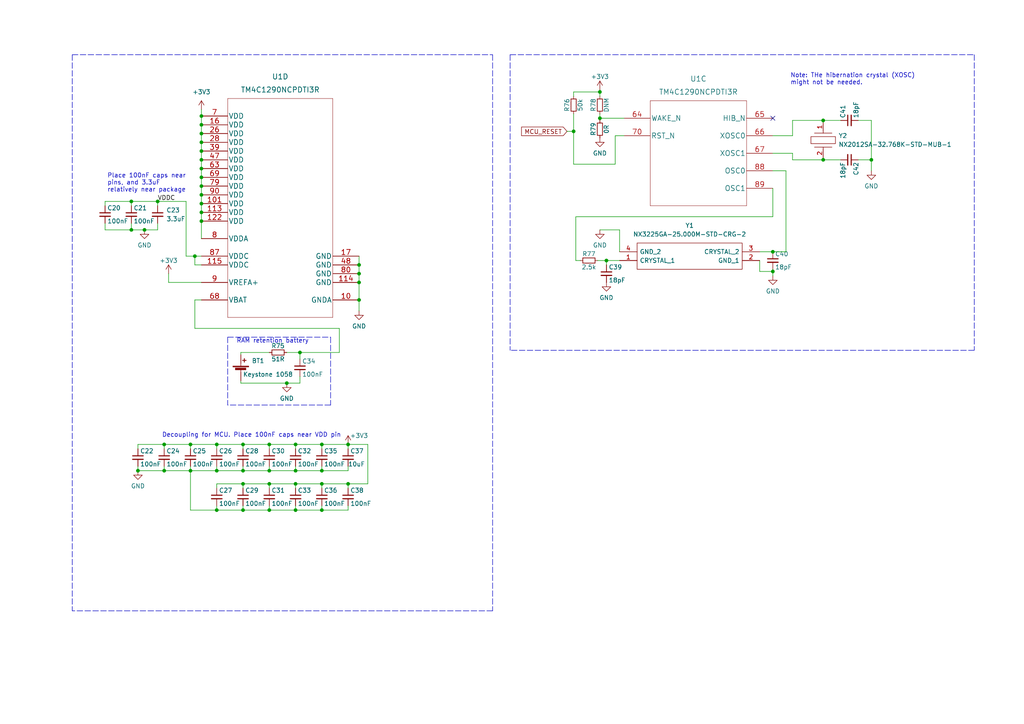
<source format=kicad_sch>
(kicad_sch (version 20211123) (generator eeschema)
  (paper "A4")
  (lib_symbols
    (symbol "Device:Battery_Cell" (pin_numbers hide) (pin_names (offset 0) hide)
      (property "Reference" "BT" (at 2.54 2.54 0))
      (property "Value" "Battery_Cell" (at 2.54 0 0))
      (symbol "Battery_Cell_0_1"
        (rectangle (start -2.286 1.778) (end 2.286 1.524) (fill (type outline)))
        (rectangle (start -1.5748 1.1938) (end 1.4732 0.6858) (fill (type outline)))
        (polyline (pts (xy 0 0.762) (xy 0 0)))
        (polyline (pts (xy 0 1.778) (xy 0 2.54)))
        (polyline (pts (xy 0.508 3.429) (xy 1.524 3.429)) (stroke (width 0.254)))
        (polyline (pts (xy 1.016 3.937) (xy 1.016 2.921)) (stroke (width 0.254)))
      )
      (symbol "Battery_Cell_1_1"
        (pin passive line (at 0 5.08 270) (length 2.54) (name "+") (number "1"))
        (pin passive line (at 0 -2.54 90) (length 2.54) (name "-") (number "2"))
      )
    )
    (symbol "Device:C_Small" (pin_numbers hide) (pin_names (offset 0.254) hide)
      (property "Reference" "C" (at 0.254 1.778 0))
      (property "Value" "C_Small" (at 0.254 -2.032 0))
      (symbol "C_Small_0_1"
        (polyline (pts (xy -1.524 -0.508) (xy 1.524 -0.508)) (stroke (width 0.3302)))
        (polyline (pts (xy -1.524 0.508) (xy 1.524 0.508)) (stroke (width 0.3048)))
      )
      (symbol "C_Small_1_1"
        (pin passive line (at 0 2.54 270) (length 2.032) (name "~") (number "1"))
        (pin passive line (at 0 -2.54 90) (length 2.032) (name "~") (number "2"))
      )
    )
    (symbol "Device:R_Small" (pin_numbers hide) (pin_names (offset 0.254) hide)
      (property "Reference" "R" (at 0.762 0.508 0))
      (property "Value" "R_Small" (at 0.762 -1.016 0))
      (symbol "R_Small_0_1"
        (rectangle (start -0.762 1.778) (end 0.762 -1.778) (stroke (width 0.2032)))
      )
      (symbol "R_Small_1_1"
        (pin passive line (at 0 2.54 270) (length 0.762) (name "~") (number "1"))
        (pin passive line (at 0 -2.54 90) (length 0.762) (name "~") (number "2"))
      )
    )
    (symbol "SamacSys_Parts:NX2012SA-32.768K-STD-MUB-1" (pin_names (offset 0.762))
      (property "Reference" "Y" (at 8.89 6.35 0))
      (property "Value" "NX2012SA-32.768K-STD-MUB-1" (at 8.89 3.81 0))
      (symbol "NX2012SA-32.768K-STD-MUB-1_0_0"
        (pin passive line (at 10.16 0 180) (length 2.54) (name "~") (number "1"))
        (pin passive line (at 0 0 0) (length 2.54) (name "~") (number "2"))
      )
      (symbol "NX2012SA-32.768K-STD-MUB-1_0_1"
        (polyline (pts (xy 3.048 0) (xy 2.54 0)) (stroke (width 0.1524)))
        (polyline (pts (xy 3.048 2.54) (xy 3.048 -2.54)) (stroke (width 0.1524)))
        (polyline (pts (xy 7.112 0) (xy 7.62 0)) (stroke (width 0.1524)))
        (polyline (pts (xy 7.112 2.54) (xy 7.112 -2.54)) (stroke (width 0.1524)))
        (polyline (pts (xy 4.064 3.556) (xy 4.064 -3.556) (xy 6.096 -3.556) (xy 6.096 3.556) (xy 4.064 3.556)) (stroke (width 0.1524)))
      )
    )
    (symbol "SamacSys_Parts:NX3225GA-25.000M-STD-CRG-2" (pin_names (offset 0.762))
      (property "Reference" "Y" (at 36.83 7.62 0))
      (property "Value" "NX3225GA-25.000M-STD-CRG-2" (at 36.83 5.08 0))
      (symbol "NX3225GA-25.000M-STD-CRG-2_0_0"
        (pin passive line (at 0 -2.54 0) (length 5.08) (name "CRYSTAL_1") (number "1"))
        (pin passive line (at 40.64 -2.54 180) (length 5.08) (name "GND_1") (number "2"))
        (pin passive line (at 40.64 0 180) (length 5.08) (name "CRYSTAL_2") (number "3"))
        (pin passive line (at 0 0 0) (length 5.08) (name "GND_2") (number "4"))
      )
      (symbol "NX3225GA-25.000M-STD-CRG-2_0_1"
        (polyline (pts (xy 5.08 2.54) (xy 35.56 2.54) (xy 35.56 -5.08) (xy 5.08 -5.08) (xy 5.08 2.54)) (stroke (width 0.1524)))
      )
    )
    (symbol "power:+3V3" (power) (pin_names (offset 0))
      (property "Value" "+3V3" (at 0 3.556 0))
      (symbol "+3V3_0_1"
        (polyline (pts (xy -0.762 1.27) (xy 0 2.54)))
        (polyline (pts (xy 0 0) (xy 0 2.54)))
        (polyline (pts (xy 0 2.54) (xy 0.762 1.27)))
      )
      (symbol "+3V3_1_1"
        (pin power_in line (at 0 0 90) (length 0) hide (name "+3V3") (number "1"))
      )
    )
    (symbol "power:GND" (power) (pin_names (offset 0))
      (property "Value" "GND" (at 0 -3.81 0))
      (symbol "GND_0_1"
        (polyline (pts (xy 0 0) (xy 0 -1.27) (xy 1.27 -1.27) (xy 0 -2.54) (xy -1.27 -1.27) (xy 0 -1.27)))
      )
      (symbol "GND_1_1"
        (pin power_in line (at 0 0 270) (length 0) hide (name "GND") (number "1"))
      )
    )
    (symbol "ul_TM4C1290NCPDTI3R:TM4C1290NCPDTI3R" (pin_names (offset 0.254))
      (property "Reference" "U" (at 0 2.54 0))
      (property "Value" "TM4C1290NCPDTI3R" (at 0 0 0))
      (symbol "TM4C1290NCPDTI3R_1_1"
        (polyline (pts (xy -17.78 -50.8) (xy 17.78 -50.8)) (stroke (width 0.1016)))
        (polyline (pts (xy -17.78 53.34) (xy -17.78 -50.8)) (stroke (width 0.1016)))
        (polyline (pts (xy 17.78 -50.8) (xy 17.78 53.34)) (stroke (width 0.1016)))
        (polyline (pts (xy 17.78 53.34) (xy -17.78 53.34)) (stroke (width 0.1016)))
        (pin bidirectional line (at -25.4 -17.78 0) (length 7.62) (name "PD0") (number "1"))
        (pin bidirectional line (at -25.4 5.08 0) (length 7.62) (name "PC0_TCK_SWCLK") (number "100"))
        (pin bidirectional line (at 25.4 25.4 180) (length 7.62) (name "PJ0") (number "116"))
        (pin bidirectional line (at 25.4 22.86 180) (length 7.62) (name "PJ1") (number "117"))
        (pin bidirectional line (at 25.4 -40.64 180) (length 7.62) (name "PE3") (number "12"))
        (pin bidirectional line (at -25.4 12.7 0) (length 7.62) (name "PB5") (number "120"))
        (pin bidirectional line (at -25.4 15.24 0) (length 7.62) (name "PB4") (number "121"))
        (pin bidirectional line (at 25.4 -43.18 180) (length 7.62) (name "PE4") (number "123"))
        (pin bidirectional line (at 25.4 -45.72 180) (length 7.62) (name "PE5") (number "124"))
        (pin bidirectional line (at -25.4 -27.94 0) (length 7.62) (name "PD4") (number "125"))
        (pin bidirectional line (at -25.4 -30.48 0) (length 7.62) (name "PD5") (number "126"))
        (pin bidirectional line (at -25.4 -33.02 0) (length 7.62) (name "PD6") (number "127"))
        (pin bidirectional line (at -25.4 -35.56 0) (length 7.62) (name "PD7") (number "128"))
        (pin bidirectional line (at 25.4 -38.1 180) (length 7.62) (name "PE2") (number "13"))
        (pin bidirectional line (at 25.4 -35.56 180) (length 7.62) (name "PE1") (number "14"))
        (pin bidirectional line (at 25.4 -33.02 180) (length 7.62) (name "PE0") (number "15"))
        (pin bidirectional line (at 25.4 48.26 180) (length 7.62) (name "PK0") (number "18"))
        (pin bidirectional line (at 25.4 45.72 180) (length 7.62) (name "PK1") (number "19"))
        (pin bidirectional line (at -25.4 -20.32 0) (length 7.62) (name "PD1") (number "2"))
        (pin bidirectional line (at 25.4 43.18 180) (length 7.62) (name "PK2") (number "20"))
        (pin bidirectional line (at 25.4 40.64 180) (length 7.62) (name "PK3") (number "21"))
        (pin bidirectional line (at -25.4 -12.7 0) (length 7.62) (name "PC7") (number "22"))
        (pin bidirectional line (at -25.4 -10.16 0) (length 7.62) (name "PC6") (number "23"))
        (pin bidirectional line (at -25.4 -7.62 0) (length 7.62) (name "PC5") (number "24"))
        (pin bidirectional line (at -25.4 -5.08 0) (length 7.62) (name "PC4") (number "25"))
        (pin bidirectional line (at 25.4 17.78 180) (length 7.62) (name "PH0") (number "29"))
        (pin bidirectional line (at -25.4 -22.86 0) (length 7.62) (name "PD2") (number "3"))
        (pin bidirectional line (at 25.4 15.24 180) (length 7.62) (name "PH1") (number "30"))
        (pin bidirectional line (at 25.4 12.7 180) (length 7.62) (name "PH2") (number "31"))
        (pin bidirectional line (at 25.4 10.16 180) (length 7.62) (name "PH3") (number "32"))
        (pin bidirectional line (at -25.4 48.26 0) (length 7.62) (name "PA0") (number "33"))
        (pin bidirectional line (at -25.4 45.72 0) (length 7.62) (name "PA1") (number "34"))
        (pin bidirectional line (at -25.4 43.18 0) (length 7.62) (name "PA2") (number "35"))
        (pin bidirectional line (at -25.4 40.64 0) (length 7.62) (name "PA3") (number "36"))
        (pin bidirectional line (at -25.4 38.1 0) (length 7.62) (name "PA4") (number "37"))
        (pin bidirectional line (at -25.4 35.56 0) (length 7.62) (name "PA5") (number "38"))
        (pin bidirectional line (at -25.4 -25.4 0) (length 7.62) (name "PD3") (number "4"))
        (pin bidirectional line (at -25.4 33.02 0) (length 7.62) (name "PA6") (number "40"))
        (pin bidirectional line (at -25.4 30.48 0) (length 7.62) (name "PA7") (number "41"))
        (pin bidirectional line (at 25.4 -17.78 180) (length 7.62) (name "PF0") (number "42"))
        (pin bidirectional line (at 25.4 -20.32 180) (length 7.62) (name "PF1") (number "43"))
        (pin bidirectional line (at 25.4 -22.86 180) (length 7.62) (name "PF2") (number "44"))
        (pin bidirectional line (at 25.4 -25.4 180) (length 7.62) (name "PF3") (number "45"))
        (pin bidirectional line (at 25.4 -27.94 180) (length 7.62) (name "PF4") (number "46"))
        (pin bidirectional line (at 25.4 5.08 180) (length 7.62) (name "PG0") (number "49"))
        (pin bidirectional line (at 25.4 2.54 180) (length 7.62) (name "PG1") (number "50"))
        (pin bidirectional line (at 25.4 0 180) (length 7.62) (name "PG2") (number "51"))
        (pin bidirectional line (at 25.4 -2.54 180) (length 7.62) (name "PG3") (number "52"))
        (pin bidirectional line (at 25.4 -5.08 180) (length 7.62) (name "PG4") (number "53"))
        (pin bidirectional line (at 25.4 -7.62 180) (length 7.62) (name "PG5") (number "54"))
        (pin bidirectional line (at 25.4 -10.16 180) (length 7.62) (name "PG6") (number "55"))
        (pin bidirectional line (at 25.4 -12.7 180) (length 7.62) (name "PG7") (number "56"))
        (pin bidirectional line (at 25.4 30.48 180) (length 7.62) (name "PK7") (number "59"))
        (pin bidirectional line (at 25.4 33.02 180) (length 7.62) (name "PK6") (number "60"))
        (pin bidirectional line (at 25.4 35.56 180) (length 7.62) (name "PK5") (number "61"))
        (pin bidirectional line (at 25.4 38.1 180) (length 7.62) (name "PK4") (number "62"))
        (pin bidirectional line (at -25.4 20.32 0) (length 7.62) (name "PB2") (number "91"))
        (pin bidirectional line (at -25.4 17.78 0) (length 7.62) (name "PB3") (number "92"))
        (pin bidirectional line (at -25.4 25.4 0) (length 7.62) (name "PB0") (number "95"))
        (pin bidirectional line (at -25.4 22.86 0) (length 7.62) (name "PB1") (number "96"))
        (pin bidirectional line (at -25.4 -2.54 0) (length 7.62) (name "PC3_TDO_SWO") (number "97"))
        (pin bidirectional line (at -25.4 0 0) (length 7.62) (name "PC2_TDI") (number "98"))
        (pin bidirectional line (at -25.4 2.54 0) (length 7.62) (name "PC1_TMS_SWDIO") (number "99"))
      )
      (symbol "TM4C1290NCPDTI3R_2_1"
        (polyline (pts (xy -17.78 -33.02) (xy 17.78 -33.02)) (stroke (width 0.1016)))
        (polyline (pts (xy -17.78 35.56) (xy -17.78 -33.02)) (stroke (width 0.1016)))
        (polyline (pts (xy 17.78 -33.02) (xy 17.78 35.56)) (stroke (width 0.1016)))
        (polyline (pts (xy 17.78 35.56) (xy -17.78 35.56)) (stroke (width 0.1016)))
        (pin bidirectional line (at 25.4 20.32 180) (length 7.62) (name "PQ4") (number "102"))
        (pin bidirectional line (at 25.4 5.08 180) (length 7.62) (name "PP2") (number "103"))
        (pin bidirectional line (at 25.4 2.54 180) (length 7.62) (name "PP3") (number "104"))
        (pin bidirectional line (at 25.4 0 180) (length 7.62) (name "PP4") (number "105"))
        (pin bidirectional line (at 25.4 -2.54 180) (length 7.62) (name "PP5") (number "106"))
        (pin bidirectional line (at -25.4 -15.24 0) (length 7.62) (name "PN0") (number "107"))
        (pin bidirectional line (at -25.4 -17.78 0) (length 7.62) (name "PN1") (number "108"))
        (pin bidirectional line (at -25.4 -20.32 0) (length 7.62) (name "PN2") (number "109"))
        (pin bidirectional line (at 25.4 25.4 180) (length 7.62) (name "PQ2") (number "11"))
        (pin bidirectional line (at -25.4 -22.86 0) (length 7.62) (name "PN3") (number "110"))
        (pin bidirectional line (at -25.4 -25.4 0) (length 7.62) (name "PN4") (number "111"))
        (pin bidirectional line (at -25.4 -27.94 0) (length 7.62) (name "PN5") (number "112"))
        (pin bidirectional line (at 25.4 10.16 180) (length 7.62) (name "PP0") (number "118"))
        (pin bidirectional line (at 25.4 7.62 180) (length 7.62) (name "PP1") (number "119"))
        (pin bidirectional line (at 25.4 22.86 180) (length 7.62) (name "PQ3") (number "27"))
        (pin bidirectional line (at 25.4 30.48 180) (length 7.62) (name "PQ0") (number "5"))
        (pin bidirectional line (at 25.4 17.78 180) (length 7.62) (name "PQ5") (number "57"))
        (pin bidirectional line (at 25.4 15.24 180) (length 7.62) (name "PQ6") (number "58"))
        (pin bidirectional line (at 25.4 27.94 180) (length 7.62) (name "PQ1") (number "6"))
        (pin bidirectional line (at -25.4 -10.16 0) (length 7.62) (name "PM7") (number "71"))
        (pin bidirectional line (at -25.4 -7.62 0) (length 7.62) (name "PM6") (number "72"))
        (pin bidirectional line (at -25.4 -5.08 0) (length 7.62) (name "PM5") (number "73"))
        (pin bidirectional line (at -25.4 -2.54 0) (length 7.62) (name "PM4") (number "74"))
        (pin bidirectional line (at -25.4 0 0) (length 7.62) (name "PM3") (number "75"))
        (pin bidirectional line (at -25.4 2.54 0) (length 7.62) (name "PM2") (number "76"))
        (pin bidirectional line (at -25.4 5.08 0) (length 7.62) (name "PM1") (number "77"))
        (pin bidirectional line (at -25.4 7.62 0) (length 7.62) (name "PM0") (number "78"))
        (pin bidirectional line (at -25.4 30.48 0) (length 7.62) (name "PL0") (number "81"))
        (pin bidirectional line (at -25.4 27.94 0) (length 7.62) (name "PL1") (number "82"))
        (pin bidirectional line (at -25.4 25.4 0) (length 7.62) (name "PL2") (number "83"))
        (pin bidirectional line (at -25.4 22.86 0) (length 7.62) (name "PL3") (number "84"))
        (pin bidirectional line (at -25.4 20.32 0) (length 7.62) (name "PL4") (number "85"))
        (pin bidirectional line (at -25.4 17.78 0) (length 7.62) (name "PL5") (number "86"))
        (pin bidirectional line (at -25.4 12.7 0) (length 7.62) (name "PL7") (number "93"))
        (pin bidirectional line (at -25.4 15.24 0) (length 7.62) (name "PL6") (number "94"))
      )
      (symbol "TM4C1290NCPDTI3R_3_1"
        (polyline (pts (xy -12.7 -15.24) (xy 15.24 -15.24)) (stroke (width 0.1016)))
        (polyline (pts (xy -12.7 15.24) (xy -12.7 -15.24)) (stroke (width 0.1016)))
        (polyline (pts (xy 15.24 -15.24) (xy 15.24 15.24)) (stroke (width 0.1016)))
        (polyline (pts (xy 15.24 15.24) (xy -12.7 15.24)) (stroke (width 0.1016)))
        (pin input line (at -20.32 10.16 0) (length 7.62) (name "WAKE_N") (number "64"))
        (pin output line (at 22.86 10.16 180) (length 7.62) (name "HIB_N") (number "65"))
        (pin input line (at 22.86 5.08 180) (length 7.62) (name "XOSC0") (number "66"))
        (pin output line (at 22.86 0 180) (length 7.62) (name "XOSC1") (number "67"))
        (pin input line (at -20.32 5.08 0) (length 7.62) (name "RST_N") (number "70"))
        (pin input line (at 22.86 -5.08 180) (length 7.62) (name "OSC0") (number "88"))
        (pin output line (at 22.86 -10.16 180) (length 7.62) (name "OSC1") (number "89"))
      )
      (symbol "TM4C1290NCPDTI3R_4_1"
        (polyline (pts (xy -15.24 -30.48) (xy 15.24 -30.48)) (stroke (width 0.1016)))
        (polyline (pts (xy -15.24 33.02) (xy -15.24 -30.48)) (stroke (width 0.1016)))
        (polyline (pts (xy 15.24 -30.48) (xy 15.24 33.02)) (stroke (width 0.1016)))
        (polyline (pts (xy 15.24 33.02) (xy -15.24 33.02)) (stroke (width 0.1016)))
        (pin power_in line (at 22.86 -25.4 180) (length 7.62) (name "GNDA") (number "10"))
        (pin power_in line (at -22.86 2.54 0) (length 7.62) (name "VDD") (number "101"))
        (pin power_in line (at -22.86 0 0) (length 7.62) (name "VDD") (number "113"))
        (pin power_in line (at 22.86 -20.32 180) (length 7.62) (name "GND") (number "114"))
        (pin power_in line (at -22.86 -15.24 0) (length 7.62) (name "VDDC") (number "115"))
        (pin power_in line (at -22.86 -2.54 0) (length 7.62) (name "VDD") (number "122"))
        (pin power_in line (at -22.86 25.4 0) (length 7.62) (name "VDD") (number "16"))
        (pin power_in line (at 22.86 -12.7 180) (length 7.62) (name "GND") (number "17"))
        (pin power_in line (at -22.86 22.86 0) (length 7.62) (name "VDD") (number "26"))
        (pin power_in line (at -22.86 20.32 0) (length 7.62) (name "VDD") (number "28"))
        (pin power_in line (at -22.86 17.78 0) (length 7.62) (name "VDD") (number "39"))
        (pin power_in line (at -22.86 15.24 0) (length 7.62) (name "VDD") (number "47"))
        (pin power_in line (at 22.86 -15.24 180) (length 7.62) (name "GND") (number "48"))
        (pin power_in line (at -22.86 12.7 0) (length 7.62) (name "VDD") (number "63"))
        (pin power_in line (at -22.86 -25.4 0) (length 7.62) (name "VBAT") (number "68"))
        (pin power_in line (at -22.86 10.16 0) (length 7.62) (name "VDD") (number "69"))
        (pin power_in line (at -22.86 27.94 0) (length 7.62) (name "VDD") (number "7"))
        (pin power_in line (at -22.86 7.62 0) (length 7.62) (name "VDD") (number "79"))
        (pin power_in line (at -22.86 -7.62 0) (length 7.62) (name "VDDA") (number "8"))
        (pin power_in line (at 22.86 -17.78 180) (length 7.62) (name "GND") (number "80"))
        (pin power_in line (at -22.86 -12.7 0) (length 7.62) (name "VDDC") (number "87"))
        (pin power_in line (at -22.86 -20.32 0) (length 7.62) (name "VREFA+") (number "9"))
        (pin power_in line (at -22.86 5.08 0) (length 7.62) (name "VDD") (number "90"))
      )
    )
  )
  (junction (at 58.42 64.135))
  (junction (at 58.42 56.515))
  (junction (at 175.895 75.565))
  (junction (at 93.345 128.905))
  (junction (at 173.99 26.67))
  (junction (at 85.725 136.525))
  (junction (at 58.42 53.975))
  (junction (at 85.725 140.335))
  (junction (at 78.105 136.525))
  (junction (at 55.245 136.525))
  (junction (at 47.625 136.525))
  (junction (at 85.725 147.955))
  (junction (at 38.1 58.42))
  (junction (at 224.155 73.025))
  (junction (at 252.73 46.355))
  (junction (at 104.14 76.835))
  (junction (at 104.14 79.375))
  (junction (at 58.42 38.735))
  (junction (at 78.105 147.955))
  (junction (at 58.42 61.595))
  (junction (at 38.1 66.675))
  (junction (at 58.42 48.895))
  (junction (at 41.91 66.675))
  (junction (at 238.76 46.355))
  (junction (at 40.005 136.525))
  (junction (at 93.345 140.335))
  (junction (at 86.995 102.235))
  (junction (at 100.965 140.335))
  (junction (at 224.155 78.74))
  (junction (at 85.725 128.905))
  (junction (at 58.42 33.655))
  (junction (at 70.485 140.335))
  (junction (at 104.14 86.995))
  (junction (at 70.485 136.525))
  (junction (at 56.515 74.295))
  (junction (at 58.42 43.815))
  (junction (at 78.105 128.905))
  (junction (at 45.72 58.42))
  (junction (at 83.185 111.125))
  (junction (at 100.965 128.905))
  (junction (at 58.42 46.355))
  (junction (at 93.345 147.955))
  (junction (at 58.42 41.275))
  (junction (at 78.105 140.335))
  (junction (at 173.99 34.29))
  (junction (at 58.42 51.435))
  (junction (at 166.37 38.1))
  (junction (at 93.345 136.525))
  (junction (at 238.76 34.925))
  (junction (at 70.485 147.955))
  (junction (at 62.865 128.905))
  (junction (at 62.865 147.955))
  (junction (at 104.14 81.915))
  (junction (at 58.42 59.055))
  (junction (at 58.42 36.195))
  (junction (at 70.485 128.905))
  (junction (at 47.625 128.905))
  (junction (at 62.865 136.525))
  (junction (at 55.245 128.905))
  (no_connect (at 224.155 34.29))
  (wire (pts (xy 58.42 41.275) (xy 58.42 43.815)))
  (wire (pts (xy 224.155 78.74) (xy 224.155 78.105)))
  (wire (pts (xy 58.42 61.595) (xy 58.42 64.135)))
  (wire (pts (xy 70.485 147.955) (xy 78.105 147.955)))
  (wire (pts (xy 173.355 75.565) (xy 175.895 75.565)))
  (polyline (pts (xy 282.575 15.875) (xy 282.575 101.6)))
  (wire (pts (xy 179.705 66.675) (xy 179.705 73.025)))
  (wire (pts (xy 40.005 136.525) (xy 47.625 136.525)))
  (wire (pts (xy 252.73 46.355) (xy 252.73 34.925)))
  (wire (pts (xy 85.725 147.955) (xy 93.345 147.955)))
  (wire (pts (xy 175.895 75.565) (xy 179.705 75.565)))
  (wire (pts (xy 85.725 128.905) (xy 85.725 130.175)))
  (polyline (pts (xy 282.575 101.6) (xy 147.955 101.6)))
  (wire (pts (xy 56.515 74.295) (xy 56.515 76.835)))
  (wire (pts (xy 47.625 136.525) (xy 55.245 136.525)))
  (wire (pts (xy 173.99 26.67) (xy 166.37 26.67)))
  (wire (pts (xy 173.99 34.29) (xy 180.975 34.29)))
  (wire (pts (xy 173.99 33.02) (xy 173.99 34.29)))
  (wire (pts (xy 56.515 86.995) (xy 58.42 86.995)))
  (wire (pts (xy 100.965 128.905) (xy 100.965 130.175)))
  (wire (pts (xy 229.87 39.37) (xy 224.155 39.37)))
  (wire (pts (xy 238.76 45.72) (xy 238.76 46.355)))
  (wire (pts (xy 47.625 128.905) (xy 47.625 130.175)))
  (wire (pts (xy 45.72 66.675) (xy 45.72 64.77)))
  (wire (pts (xy 93.345 136.525) (xy 100.965 136.525)))
  (wire (pts (xy 93.345 146.685) (xy 93.345 147.955)))
  (wire (pts (xy 58.42 56.515) (xy 58.42 59.055)))
  (wire (pts (xy 38.1 59.69) (xy 38.1 58.42)))
  (wire (pts (xy 40.005 135.255) (xy 40.005 136.525)))
  (wire (pts (xy 69.85 102.87) (xy 69.85 102.235)))
  (wire (pts (xy 224.155 73.025) (xy 227.965 73.025)))
  (wire (pts (xy 62.865 128.905) (xy 62.865 130.175)))
  (wire (pts (xy 53.975 74.295) (xy 56.515 74.295)))
  (wire (pts (xy 86.995 102.235) (xy 86.995 104.14)))
  (wire (pts (xy 104.14 86.995) (xy 104.14 90.17)))
  (wire (pts (xy 98.425 95.25) (xy 56.515 95.25)))
  (wire (pts (xy 38.1 66.675) (xy 30.48 66.675)))
  (wire (pts (xy 85.725 136.525) (xy 93.345 136.525)))
  (wire (pts (xy 86.995 102.235) (xy 98.425 102.235)))
  (wire (pts (xy 224.155 54.61) (xy 224.155 62.865)))
  (wire (pts (xy 167.005 75.565) (xy 168.275 75.565)))
  (wire (pts (xy 166.37 33.02) (xy 166.37 38.1)))
  (wire (pts (xy 78.105 135.255) (xy 78.105 136.525)))
  (wire (pts (xy 40.005 130.175) (xy 40.005 128.905)))
  (polyline (pts (xy 20.955 15.875) (xy 142.875 15.875)))
  (wire (pts (xy 93.345 140.335) (xy 93.345 141.605)))
  (wire (pts (xy 238.76 46.355) (xy 243.84 46.355)))
  (wire (pts (xy 93.345 128.905) (xy 93.345 130.175)))
  (wire (pts (xy 58.42 31.75) (xy 58.42 33.655)))
  (polyline (pts (xy 147.955 15.875) (xy 147.955 101.6)))
  (wire (pts (xy 85.725 146.685) (xy 85.725 147.955)))
  (wire (pts (xy 47.625 135.255) (xy 47.625 136.525)))
  (wire (pts (xy 224.155 62.865) (xy 167.005 62.865)))
  (wire (pts (xy 70.485 146.685) (xy 70.485 147.955)))
  (wire (pts (xy 238.76 34.925) (xy 229.87 34.925)))
  (wire (pts (xy 55.245 136.525) (xy 62.865 136.525)))
  (wire (pts (xy 58.42 36.195) (xy 58.42 38.735)))
  (wire (pts (xy 55.245 128.905) (xy 55.245 130.175)))
  (wire (pts (xy 252.73 49.53) (xy 252.73 46.355)))
  (wire (pts (xy 173.99 34.29) (xy 173.99 34.925)))
  (wire (pts (xy 100.965 136.525) (xy 100.965 135.255)))
  (wire (pts (xy 47.625 128.905) (xy 55.245 128.905)))
  (wire (pts (xy 104.14 74.295) (xy 104.14 76.835)))
  (wire (pts (xy 58.42 46.355) (xy 58.42 48.895)))
  (wire (pts (xy 106.68 140.335) (xy 106.68 128.905)))
  (wire (pts (xy 78.105 128.905) (xy 85.725 128.905)))
  (wire (pts (xy 55.245 128.905) (xy 62.865 128.905)))
  (wire (pts (xy 173.99 26.035) (xy 173.99 26.67)))
  (wire (pts (xy 70.485 128.905) (xy 70.485 130.175)))
  (wire (pts (xy 178.435 47.625) (xy 178.435 39.37)))
  (polyline (pts (xy 95.885 97.79) (xy 95.885 117.475)))
  (wire (pts (xy 30.48 66.675) (xy 30.48 64.77)))
  (wire (pts (xy 48.895 81.915) (xy 48.895 79.375)))
  (wire (pts (xy 167.005 62.865) (xy 167.005 75.565)))
  (wire (pts (xy 58.42 74.295) (xy 56.515 74.295)))
  (wire (pts (xy 100.965 140.335) (xy 100.965 141.605)))
  (wire (pts (xy 229.87 46.355) (xy 238.76 46.355)))
  (wire (pts (xy 173.99 26.67) (xy 173.99 27.94)))
  (wire (pts (xy 62.865 140.335) (xy 70.485 140.335)))
  (wire (pts (xy 58.42 43.815) (xy 58.42 46.355)))
  (wire (pts (xy 58.42 81.915) (xy 48.895 81.915)))
  (wire (pts (xy 55.245 135.255) (xy 55.245 136.525)))
  (wire (pts (xy 86.995 111.125) (xy 86.995 109.22)))
  (wire (pts (xy 220.345 78.74) (xy 224.155 78.74)))
  (polyline (pts (xy 142.875 177.165) (xy 20.955 177.165)))
  (wire (pts (xy 30.48 58.42) (xy 38.1 58.42)))
  (wire (pts (xy 62.865 147.955) (xy 55.245 147.955)))
  (wire (pts (xy 178.435 39.37) (xy 180.975 39.37)))
  (wire (pts (xy 45.72 58.42) (xy 45.72 59.69)))
  (wire (pts (xy 220.345 75.565) (xy 220.345 78.74)))
  (wire (pts (xy 229.87 44.45) (xy 229.87 46.355)))
  (wire (pts (xy 58.42 53.975) (xy 58.42 56.515)))
  (wire (pts (xy 78.105 140.335) (xy 85.725 140.335)))
  (wire (pts (xy 243.84 34.925) (xy 238.76 34.925)))
  (wire (pts (xy 78.105 128.905) (xy 78.105 130.175)))
  (wire (pts (xy 41.91 66.675) (xy 38.1 66.675)))
  (wire (pts (xy 220.345 73.025) (xy 224.155 73.025)))
  (wire (pts (xy 41.91 66.675) (xy 45.72 66.675)))
  (wire (pts (xy 166.37 38.1) (xy 166.37 47.625)))
  (wire (pts (xy 85.725 128.905) (xy 93.345 128.905)))
  (wire (pts (xy 100.965 140.335) (xy 106.68 140.335)))
  (wire (pts (xy 38.1 58.42) (xy 45.72 58.42)))
  (wire (pts (xy 70.485 140.335) (xy 78.105 140.335)))
  (wire (pts (xy 104.14 76.835) (xy 104.14 79.375)))
  (wire (pts (xy 93.345 128.905) (xy 100.965 128.905)))
  (wire (pts (xy 85.725 140.335) (xy 93.345 140.335)))
  (wire (pts (xy 70.485 136.525) (xy 78.105 136.525)))
  (wire (pts (xy 62.865 146.685) (xy 62.865 147.955)))
  (wire (pts (xy 58.42 38.735) (xy 58.42 41.275)))
  (wire (pts (xy 62.865 147.955) (xy 70.485 147.955)))
  (wire (pts (xy 70.485 128.905) (xy 78.105 128.905)))
  (wire (pts (xy 69.85 111.125) (xy 69.85 110.49)))
  (wire (pts (xy 93.345 135.255) (xy 93.345 136.525)))
  (wire (pts (xy 62.865 128.905) (xy 70.485 128.905)))
  (wire (pts (xy 62.865 136.525) (xy 70.485 136.525)))
  (wire (pts (xy 58.42 48.895) (xy 58.42 51.435)))
  (wire (pts (xy 30.48 59.69) (xy 30.48 58.42)))
  (wire (pts (xy 78.105 140.335) (xy 78.105 141.605)))
  (wire (pts (xy 78.105 146.685) (xy 78.105 147.955)))
  (wire (pts (xy 229.87 34.925) (xy 229.87 39.37)))
  (wire (pts (xy 227.965 73.025) (xy 227.965 49.53)))
  (wire (pts (xy 69.85 111.125) (xy 83.185 111.125)))
  (wire (pts (xy 224.155 78.74) (xy 224.155 80.01)))
  (wire (pts (xy 93.345 147.955) (xy 100.965 147.955)))
  (wire (pts (xy 100.965 146.685) (xy 100.965 147.955)))
  (wire (pts (xy 248.92 46.355) (xy 252.73 46.355)))
  (wire (pts (xy 238.76 34.925) (xy 238.76 35.56)))
  (wire (pts (xy 69.85 102.235) (xy 78.105 102.235)))
  (wire (pts (xy 173.99 66.675) (xy 179.705 66.675)))
  (wire (pts (xy 58.42 33.655) (xy 58.42 36.195)))
  (wire (pts (xy 106.68 128.905) (xy 100.965 128.905)))
  (wire (pts (xy 227.965 49.53) (xy 224.155 49.53)))
  (wire (pts (xy 85.725 140.335) (xy 85.725 141.605)))
  (polyline (pts (xy 66.04 97.79) (xy 66.04 117.475)))
  (wire (pts (xy 252.73 34.925) (xy 248.92 34.925)))
  (wire (pts (xy 104.14 81.915) (xy 104.14 86.995)))
  (wire (pts (xy 62.865 135.255) (xy 62.865 136.525)))
  (polyline (pts (xy 147.955 15.875) (xy 282.575 15.875)))
  (wire (pts (xy 83.185 111.125) (xy 86.995 111.125)))
  (wire (pts (xy 70.485 140.335) (xy 70.485 141.605)))
  (wire (pts (xy 58.42 51.435) (xy 58.42 53.975)))
  (wire (pts (xy 166.37 47.625) (xy 178.435 47.625)))
  (wire (pts (xy 55.245 147.955) (xy 55.245 136.525)))
  (wire (pts (xy 166.37 26.67) (xy 166.37 27.94)))
  (wire (pts (xy 56.515 76.835) (xy 58.42 76.835)))
  (wire (pts (xy 85.725 135.255) (xy 85.725 136.525)))
  (wire (pts (xy 38.1 66.675) (xy 38.1 64.77)))
  (polyline (pts (xy 66.04 97.79) (xy 95.885 97.79)))
  (wire (pts (xy 53.975 58.42) (xy 53.975 74.295)))
  (polyline (pts (xy 95.885 117.475) (xy 66.04 117.475)))
  (wire (pts (xy 78.105 147.955) (xy 85.725 147.955)))
  (wire (pts (xy 175.895 76.835) (xy 175.895 75.565)))
  (wire (pts (xy 104.14 79.375) (xy 104.14 81.915)))
  (polyline (pts (xy 20.955 15.875) (xy 20.955 177.165)))
  (wire (pts (xy 58.42 59.055) (xy 58.42 61.595)))
  (wire (pts (xy 98.425 102.235) (xy 98.425 95.25)))
  (wire (pts (xy 93.345 140.335) (xy 100.965 140.335)))
  (wire (pts (xy 70.485 135.255) (xy 70.485 136.525)))
  (wire (pts (xy 78.105 136.525) (xy 85.725 136.525)))
  (wire (pts (xy 40.005 128.905) (xy 47.625 128.905)))
  (wire (pts (xy 45.72 58.42) (xy 53.975 58.42)))
  (wire (pts (xy 164.465 38.1) (xy 166.37 38.1)))
  (wire (pts (xy 224.155 44.45) (xy 229.87 44.45)))
  (polyline (pts (xy 142.875 15.875) (xy 142.875 177.165)))
  (wire (pts (xy 83.185 102.235) (xy 86.995 102.235)))
  (wire (pts (xy 62.865 141.605) (xy 62.865 140.335)))
  (wire (pts (xy 58.42 64.135) (xy 58.42 69.215)))
  (wire (pts (xy 56.515 86.995) (xy 56.515 95.25)))
  (text "Note: THe hibernation crystal (XOSC) \nmight not be needed. " (at 229.235 24.765 0) (effects (font (size 1.27 1.27)) (justify left bottom)))
  (text "Place 100nF caps near \npins, and 3.3uF \nrelatively near package" (at 31.115 55.88 0) (effects (font (size 1.27 1.27)) (justify left bottom)))
  (text "Decoupling for MCU. Place 100nF caps near VDD pin" (at 46.99 127 0) (effects (font (size 1.27 1.27)) (justify left bottom)))
  (text "RAM retention battery" (at 68.58 99.695 0) (effects (font (size 1.27 1.27)) (justify left bottom)))
  (label "VDDC" (at 45.72 58.42 0))
  (global_label "MCU_RESET" (shape input) (at 164.465 38.1 180) (property "Intersheet References" "${INTERSHEET_REFS}" (effects hide)))
  (symbol (lib_id "Device:C_Small") (at 70.485 144.145 0) (unit 1)
    (property "Reference" "C29" (at 71.12 142.24 0) (effects (justify left)))
    (property "Value" "100nF" (at 71.12 146.05 0) (effects (justify left)))
    (property "Footprint" "Capacitor_SMD:C_0402_1005Metric" (effects hide))
  )
  (symbol (lib_id "Device:C_Small") (at 93.345 132.715 0) (unit 1)
    (property "Reference" "C35" (at 93.98 130.81 0) (effects (justify left)))
    (property "Value" "100nF" (at 93.98 134.62 0) (effects (justify left)))
    (property "Footprint" "Capacitor_SMD:C_0402_1005Metric" (effects hide))
  )
  (symbol (lib_id "power:GND") (at 173.99 66.675 0) (unit 1)
    (property "Reference" "#PWR0176" (effects hide))
    (property "Value" "GND" (at 173.99 71.12 0))
  )
  (symbol (lib_id "SamacSys_Parts:NX3225GA-25.000M-STD-CRG-2") (at 179.705 73.025 0) (unit 1)
    (property "Reference" "Y1" (at 200.025 65.405 0))
    (property "Value" "NX3225GA-25.000M-STD-CRG-2" (at 200.025 67.945 0))
    (property "Footprint" "SamacSys_Parts:NX3225GA25000MSTDCRG2" (effects hide))
    (property "Description" "CRYSTAL 25.0000MHZ 8PF SMD" (effects hide))
    (property "Height" "0.9" (effects hide))
    (property "Mouser Part Number" "344-NX3225GA25MCRG2" (effects hide))
    (property "Mouser Price/Stock" "https://www.mouser.co.uk/ProductDetail/NDK/NX3225GA-25.000M-STD-CRG-2?qs=55YtniHzbhAvjNTEehpb9w%3D%3D" (effects hide))
    (property "Manufacturer_Name" "NDK" (effects hide))
    (property "Manufacturer_Part_Number" "NX3225GA-25.000M-STD-CRG-2" (effects hide))
    (property "LCSC" "C1985619" (effects hide))
  )
  (symbol (lib_id "SamacSys_Parts:NX2012SA-32.768K-STD-MUB-1") (at 238.76 45.72 90) (unit 1)
    (property "Reference" "Y2" (at 243.205 39.3699 90) (effects (justify right)))
    (property "Value" "NX2012SA-32.768K-STD-MUB-1" (at 243.205 41.9099 90) (effects (justify right)))
    (property "Footprint" "SamacSys_Parts:NX2012SA32768KSTDMUB1" (effects hide))
    (property "Datasheet" "https://www.mouser.de/datasheet/2/905/c_NX2012SA-STD-MUB-1_e-1317508.pdf" (effects hide))
    (property "Description" "NDK 32.76kHz Crystal Unit +/-20ppm SMD 2-Pin 2.05 x 1.2 x 0.55mm" (effects hide))
    (property "Height" "0.6" (effects hide))
    (property "Mouser Part Number" "344-NX2012SA32768K1" (effects hide))
    (property "Mouser Price/Stock" "https://www.mouser.co.uk/ProductDetail/NDK/NX2012SA-32.768K-STD-MUB-1?qs=55YtniHzbhA%252B6%2Fl1MwFZaQ%3D%3D" (effects hide))
    (property "Manufacturer_Name" "NDK" (effects hide))
    (property "Manufacturer_Part_Number" "NX2012SA-32.768K-STD-MUB-1" (effects hide))
    (property "LCSC" "C528982" (effects hide))
  )
  (symbol (lib_id "Device:C_Small") (at 62.865 144.145 0) (unit 1)
    (property "Reference" "C27" (at 63.5 142.24 0) (effects (justify left)))
    (property "Value" "100nF" (at 63.5 146.05 0) (effects (justify left)))
    (property "Footprint" "Capacitor_SMD:C_0402_1005Metric" (effects hide))
  )
  (symbol (lib_id "Device:C_Small") (at 175.895 79.375 0) (unit 1)
    (property "Reference" "C39" (at 176.53 77.47 0) (effects (justify left)))
    (property "Value" "18pF" (at 176.53 81.28 0) (effects (justify left)))
    (property "Footprint" "Capacitor_SMD:C_0402_1005Metric" (effects hide))
  )
  (symbol (lib_id "Device:C_Small") (at 78.105 144.145 0) (unit 1)
    (property "Reference" "C31" (at 78.74 142.24 0) (effects (justify left)))
    (property "Value" "100nF" (at 78.74 146.05 0) (effects (justify left)))
    (property "Footprint" "Capacitor_SMD:C_0402_1005Metric" (effects hide))
  )
  (symbol (lib_id "Device:C_Small") (at 55.245 132.715 0) (unit 1)
    (property "Reference" "C25" (at 55.88 130.81 0) (effects (justify left)))
    (property "Value" "100nF" (at 55.88 134.62 0) (effects (justify left)))
    (property "Footprint" "Capacitor_SMD:C_0402_1005Metric" (effects hide))
  )
  (symbol (lib_id "Device:C_Small") (at 100.965 144.145 0) (unit 1)
    (property "Reference" "C38" (at 101.6 142.24 0) (effects (justify left)))
    (property "Value" "100nF" (at 101.6 146.05 0) (effects (justify left)))
    (property "Footprint" "Capacitor_SMD:C_0402_1005Metric" (effects hide))
  )
  (symbol (lib_id "Device:R_Small") (at 173.99 30.48 180) (unit 1)
    (property "Reference" "R78" (at 172.085 30.48 90))
    (property "Value" "DNM" (at 175.895 30.48 90))
    (property "Footprint" "Resistor_SMD:R_0402_1005Metric" (effects hide))
  )
  (symbol (lib_id "power:GND") (at 40.005 136.525 0) (unit 1)
    (property "Reference" "#PWR0171" (effects hide))
    (property "Value" "GND" (at 40.005 140.97 0))
  )
  (symbol (lib_id "Device:R_Small") (at 80.645 102.235 90) (unit 1)
    (property "Reference" "R75" (at 80.645 100.33 90))
    (property "Value" "51R" (at 80.645 104.14 90))
    (property "Footprint" "Resistor_SMD:R_0402_1005Metric" (effects hide))
  )
  (symbol (lib_id "power:GND") (at 175.895 81.915 0) (unit 1)
    (property "Reference" "#PWR0179" (effects hide))
    (property "Value" "GND" (at 175.895 86.36 0))
  )
  (symbol (lib_id "power:GND") (at 41.91 66.675 0) (unit 1)
    (property "Reference" "#PWR0170" (effects hide))
    (property "Value" "GND" (at 41.91 71.12 0))
  )
  (symbol (lib_id "Device:C_Small") (at 40.005 132.715 0) (unit 1)
    (property "Reference" "C22" (at 40.64 130.81 0) (effects (justify left)))
    (property "Value" "100nF" (at 40.64 134.62 0) (effects (justify left)))
    (property "Footprint" "Capacitor_SMD:C_0402_1005Metric" (effects hide))
  )
  (symbol (lib_id "power:+3V3") (at 58.42 31.75 0) (unit 1)
    (property "Reference" "#PWR0174" (effects hide))
    (property "Value" "+3V3" (at 58.42 26.67 0))
  )
  (symbol (lib_id "Device:C_Small") (at 30.48 62.23 0) (unit 1)
    (property "Reference" "C20" (at 31.115 60.325 0) (effects (justify left)))
    (property "Value" "100nF" (at 31.115 64.135 0) (effects (justify left)))
    (property "Footprint" "Capacitor_SMD:C_0402_1005Metric" (effects hide))
  )
  (symbol (lib_id "Device:R_Small") (at 170.815 75.565 90) (unit 1)
    (property "Reference" "R77" (at 170.815 73.66 90))
    (property "Value" "2.5k" (at 170.815 77.47 90))
    (property "Footprint" "Resistor_SMD:R_0402_1005Metric" (effects hide))
  )
  (symbol (lib_id "Device:C_Small") (at 70.485 132.715 0) (unit 1)
    (property "Reference" "C28" (at 71.12 130.81 0) (effects (justify left)))
    (property "Value" "100nF" (at 71.12 134.62 0) (effects (justify left)))
    (property "Footprint" "Capacitor_SMD:C_0402_1005Metric" (effects hide))
  )
  (symbol (lib_id "power:+3V3") (at 48.895 79.375 0) (unit 1)
    (property "Reference" "#PWR0169" (effects hide))
    (property "Value" "+3V3" (at 48.895 75.565 0))
  )
  (symbol (lib_id "Device:C_Small") (at 100.965 132.715 0) (unit 1)
    (property "Reference" "C37" (at 101.6 130.81 0) (effects (justify left)))
    (property "Value" "10uF" (at 100.965 134.62 0) (effects (justify left)))
    (property "Footprint" "Capacitor_SMD:C_0603_1608Metric" (effects hide))
  )
  (symbol (lib_id "Device:R_Small") (at 166.37 30.48 180) (unit 1)
    (property "Reference" "R76" (at 164.465 30.48 90))
    (property "Value" "50k" (at 168.275 30.48 90))
    (property "Footprint" "Resistor_SMD:R_0402_1005Metric" (effects hide))
  )
  (symbol (lib_id "Device:C_Small") (at 85.725 144.145 0) (unit 1)
    (property "Reference" "C33" (at 86.36 142.24 0) (effects (justify left)))
    (property "Value" "100nF" (at 86.36 146.05 0) (effects (justify left)))
    (property "Footprint" "Capacitor_SMD:C_0402_1005Metric" (effects hide))
  )
  (symbol (lib_id "Device:Battery_Cell") (at 69.85 107.95 0) (unit 1)
    (property "Reference" "BT1" (at 73.025 104.6479 0) (effects (justify left)))
    (property "Value" "Keystone 1058" (at 70.485 108.585 0) (effects (justify left)))
    (property "Footprint" "Battery:BatteryHolder_Keystone_1058_1x2032" (effects hide))
    (property "LCSC" "DNM" (effects hide))
  )
  (symbol (lib_id "power:+3V3") (at 100.965 128.905 0) (unit 1)
    (property "Reference" "#PWR0173" (effects hide))
    (property "Value" "+3V3" (at 104.14 126.365 0))
  )
  (symbol (lib_id "Device:C_Small") (at 224.155 75.565 0) (unit 1)
    (property "Reference" "C40" (at 224.79 73.66 0) (effects (justify left)))
    (property "Value" "18pF" (at 224.79 77.47 0) (effects (justify left)))
    (property "Footprint" "Capacitor_SMD:C_0402_1005Metric" (effects hide))
  )
  (symbol (lib_id "power:+3V3") (at 173.99 26.035 0) (unit 1)
    (property "Reference" "#PWR0181" (effects hide))
    (property "Value" "+3V3" (at 173.99 22.225 0))
  )
  (symbol (lib_id "power:GND") (at 83.185 111.125 0) (unit 1)
    (property "Reference" "#PWR0175" (effects hide))
    (property "Value" "GND" (at 83.185 115.57 0))
  )
  (symbol (lib_id "Device:C_Small") (at 85.725 132.715 0) (unit 1)
    (property "Reference" "C32" (at 86.36 130.81 0) (effects (justify left)))
    (property "Value" "100nF" (at 86.36 134.62 0) (effects (justify left)))
    (property "Footprint" "Capacitor_SMD:C_0402_1005Metric" (effects hide))
  )
  (symbol (lib_id "Device:C_Small") (at 45.72 62.23 0) (unit 1)
    (property "Reference" "C23" (at 48.26 60.9662 0) (effects (justify left)))
    (property "Value" "3.3uF" (at 48.26 63.5062 0) (effects (justify left)))
    (property "Footprint" "Capacitor_SMD:C_0603_1608Metric" (effects hide))
  )
  (symbol (lib_id "power:GND") (at 104.14 90.17 0) (unit 1)
    (property "Reference" "#PWR0172" (effects hide))
    (property "Value" "GND" (at 104.14 94.615 0))
  )
  (symbol (lib_id "power:GND") (at 252.73 49.53 0) (unit 1)
    (property "Reference" "#PWR0178" (effects hide))
    (property "Value" "GND" (at 252.73 53.975 0))
  )
  (symbol (lib_id "power:GND") (at 173.99 40.005 0) (unit 1)
    (property "Reference" "#PWR0177" (effects hide))
    (property "Value" "GND" (at 173.99 44.45 0))
  )
  (symbol (lib_id "Device:C_Small") (at 62.865 132.715 0) (unit 1)
    (property "Reference" "C26" (at 63.5 130.81 0) (effects (justify left)))
    (property "Value" "100nF" (at 63.5 134.62 0) (effects (justify left)))
    (property "Footprint" "Capacitor_SMD:C_0402_1005Metric" (effects hide))
  )
  (symbol (lib_id "Device:R_Small") (at 173.99 37.465 180) (unit 1)
    (property "Reference" "R79" (at 172.085 37.465 90))
    (property "Value" "0R" (at 175.895 37.465 90))
    (property "Footprint" "Resistor_SMD:R_0402_1005Metric" (effects hide))
  )
  (symbol (lib_id "power:GND") (at 224.155 80.01 0) (unit 1)
    (property "Reference" "#PWR0180" (effects hide))
    (property "Value" "GND" (at 224.155 84.455 0))
  )
  (symbol (lib_id "Device:C_Small") (at 246.38 34.925 90) (unit 1)
    (property "Reference" "C41" (at 244.475 34.29 0) (effects (justify left)))
    (property "Value" "18pF" (at 248.285 34.29 0) (effects (justify left)))
    (property "Footprint" "Capacitor_SMD:C_0402_1005Metric" (effects hide))
  )
  (symbol (lib_id "Device:C_Small") (at 47.625 132.715 0) (unit 1)
    (property "Reference" "C24" (at 48.26 130.81 0) (effects (justify left)))
    (property "Value" "100nF" (at 48.26 134.62 0) (effects (justify left)))
    (property "Footprint" "Capacitor_SMD:C_0402_1005Metric" (effects hide))
  )
  (symbol (lib_id "ul_TM4C1290NCPDTI3R:TM4C1290NCPDTI3R") (at 201.295 44.45 0) (unit 3)
    (property "Reference" "U1" (at 202.565 22.86 0) (effects (font (size 1.524 1.524))))
    (property "Value" "TM4C1290NCPDTI3R" (at 202.565 26.67 0) (effects (font (size 1.524 1.524))))
    (property "Footprint" "SamacSys_Parts:QFP40P1600X1600X120-128N" (effects hide))
  )
  (symbol (lib_id "Device:C_Small") (at 246.38 46.355 270) (unit 1)
    (property "Reference" "C42" (at 248.285 46.99 0) (effects (justify left)))
    (property "Value" "18pF" (at 244.475 46.99 0) (effects (justify left)))
    (property "Footprint" "Capacitor_SMD:C_0402_1005Metric" (effects hide))
  )
  (symbol (lib_id "Device:C_Small") (at 86.995 106.68 0) (unit 1)
    (property "Reference" "C34" (at 87.63 104.775 0) (effects (justify left)))
    (property "Value" "100nF" (at 87.63 108.585 0) (effects (justify left)))
    (property "Footprint" "Capacitor_SMD:C_0402_1005Metric" (effects hide))
  )
  (symbol (lib_id "Device:C_Small") (at 78.105 132.715 0) (unit 1)
    (property "Reference" "C30" (at 78.74 130.81 0) (effects (justify left)))
    (property "Value" "100nF" (at 78.74 134.62 0) (effects (justify left)))
    (property "Footprint" "Capacitor_SMD:C_0402_1005Metric" (effects hide))
  )
  (symbol (lib_id "Device:C_Small") (at 38.1 62.23 0) (unit 1)
    (property "Reference" "C21" (at 38.735 60.325 0) (effects (justify left)))
    (property "Value" "100nF" (at 38.735 64.135 0) (effects (justify left)))
    (property "Footprint" "Capacitor_SMD:C_0402_1005Metric" (effects hide))
  )
  (symbol (lib_id "Device:C_Small") (at 93.345 144.145 0) (unit 1)
    (property "Reference" "C36" (at 93.98 142.24 0) (effects (justify left)))
    (property "Value" "100nF" (at 93.98 146.05 0) (effects (justify left)))
    (property "Footprint" "Capacitor_SMD:C_0402_1005Metric" (effects hide))
  )
  (symbol (lib_id "ul_TM4C1290NCPDTI3R:TM4C1290NCPDTI3R") (at 81.28 61.595 0) (unit 4)
    (property "Reference" "U1" (at 81.28 22.225 0) (effects (font (size 1.524 1.524))))
    (property "Value" "TM4C1290NCPDTI3R" (at 81.28 26.035 0) (effects (font (size 1.524 1.524))))
    (property "Footprint" "SamacSys_Parts:QFP40P1600X1600X120-128N" (effects hide))
  )
)
</source>
